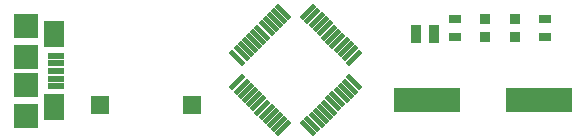
<source format=gbr>
%TF.GenerationSoftware,Altium Limited,Altium Designer,21.4.1 (30)*%
G04 Layer_Color=8421504*
%FSLAX45Y45*%
%MOMM*%
%TF.SameCoordinates,07A852E0-A263-4F49-A737-320A16F82769*%
%TF.FilePolarity,Positive*%
%TF.FileFunction,Paste,Top*%
%TF.Part,Single*%
G01*
G75*
%TA.AperFunction,SMDPad,CuDef*%
%ADD43R,0.90000X0.90000*%
%ADD44R,1.00000X0.70000*%
G04:AMPARAMS|DCode=51|XSize=1.575mm|YSize=0.4mm|CornerRadius=0mm|HoleSize=0mm|Usage=FLASHONLY|Rotation=225.000|XOffset=0mm|YOffset=0mm|HoleType=Round|Shape=Rectangle|*
%AMROTATEDRECTD51*
4,1,4,0.41543,0.69827,0.69827,0.41543,-0.41543,-0.69827,-0.69827,-0.41543,0.41543,0.69827,0.0*
%
%ADD51ROTATEDRECTD51*%

G04:AMPARAMS|DCode=52|XSize=1.575mm|YSize=0.4mm|CornerRadius=0mm|HoleSize=0mm|Usage=FLASHONLY|Rotation=315.000|XOffset=0mm|YOffset=0mm|HoleType=Round|Shape=Rectangle|*
%AMROTATEDRECTD52*
4,1,4,-0.69827,0.41543,-0.41543,0.69827,0.69827,-0.41543,0.41543,-0.69827,-0.69827,0.41543,0.0*
%
%ADD52ROTATEDRECTD52*%

%TA.AperFunction,ConnectorPad*%
%ADD53R,1.45000X0.50000*%
%TA.AperFunction,SMDPad,CuDef*%
%ADD54R,2.00000X2.00000*%
%TA.AperFunction,ConnectorPad*%
%ADD55R,1.70000X2.20000*%
%TA.AperFunction,SMDPad,CuDef*%
%ADD56R,1.60000X1.50000*%
%ADD57R,0.90000X1.60000*%
%ADD58R,5.60000X2.10000*%
D43*
X6553200Y4113600D02*
D03*
X6807200Y4112400D02*
D03*
Y3962400D02*
D03*
X6553200Y3963600D02*
D03*
D44*
X7061200Y3963600D02*
D03*
X6299200Y4113600D02*
D03*
X7061200D02*
D03*
X6299200Y3963600D02*
D03*
D51*
X5447126Y3788217D02*
D03*
X5411771Y3823573D02*
D03*
X5376415Y3858928D02*
D03*
X5341060Y3894284D02*
D03*
X5305705Y3929639D02*
D03*
X5270349Y3964994D02*
D03*
X5234994Y4000349D02*
D03*
X5199639Y4035705D02*
D03*
X5164284Y4071060D02*
D03*
X5128928Y4106415D02*
D03*
X5093573Y4141771D02*
D03*
X5058217Y4177126D02*
D03*
X4458874Y3577783D02*
D03*
X4494229Y3542427D02*
D03*
X4529585Y3507072D02*
D03*
X4564940Y3471716D02*
D03*
X4600295Y3436361D02*
D03*
X4635651Y3401006D02*
D03*
X4671006Y3365651D02*
D03*
X4706361Y3330295D02*
D03*
X4741716Y3294940D02*
D03*
X4777072Y3259585D02*
D03*
X4812427Y3224229D02*
D03*
X4847783Y3188874D02*
D03*
D52*
Y4177126D02*
D03*
X4812427Y4141771D02*
D03*
X4777072Y4106415D02*
D03*
X4741716Y4071060D02*
D03*
X4706361Y4035705D02*
D03*
X4671006Y4000349D02*
D03*
X4635651Y3964994D02*
D03*
X4600295Y3929639D02*
D03*
X4564940Y3894284D02*
D03*
X4529585Y3858928D02*
D03*
X4494229Y3823573D02*
D03*
X4458874Y3788217D02*
D03*
X5058217Y3188874D02*
D03*
X5093573Y3224229D02*
D03*
X5128928Y3259585D02*
D03*
X5164284Y3294940D02*
D03*
X5199639Y3330295D02*
D03*
X5234994Y3365651D02*
D03*
X5270349Y3401006D02*
D03*
X5305705Y3436361D02*
D03*
X5341060Y3471716D02*
D03*
X5376415Y3507072D02*
D03*
X5411771Y3542427D02*
D03*
X5447126Y3577783D02*
D03*
D53*
X2922000Y3806000D02*
D03*
Y3611000D02*
D03*
Y3546000D02*
D03*
Y3741000D02*
D03*
Y3676000D02*
D03*
D54*
X2667000Y3296000D02*
D03*
Y4056000D02*
D03*
Y3556000D02*
D03*
Y3796000D02*
D03*
D55*
X2909500Y3366000D02*
D03*
Y3986000D02*
D03*
D56*
X4073000Y3388360D02*
D03*
X3293000D02*
D03*
D57*
X6124080Y3987800D02*
D03*
X5974080D02*
D03*
D58*
X7015500Y3429000D02*
D03*
X6065500D02*
D03*
%TF.MD5,e5a067ba8a2203a08fa0872c5b5a40e6*%
M02*

</source>
